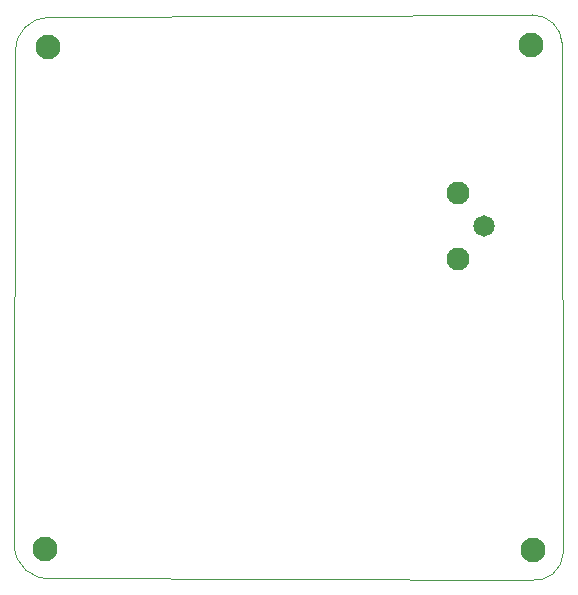
<source format=gbr>
%TF.GenerationSoftware,KiCad,Pcbnew,(6.0.7)*%
%TF.CreationDate,2022-11-05T01:20:28+05:30*%
%TF.ProjectId,Interface_PCB,496e7465-7266-4616-9365-5f5043422e6b,rev?*%
%TF.SameCoordinates,Original*%
%TF.FileFunction,Soldermask,Bot*%
%TF.FilePolarity,Negative*%
%FSLAX46Y46*%
G04 Gerber Fmt 4.6, Leading zero omitted, Abs format (unit mm)*
G04 Created by KiCad (PCBNEW (6.0.7)) date 2022-11-05 01:20:28*
%MOMM*%
%LPD*%
G01*
G04 APERTURE LIST*
%TA.AperFunction,Profile*%
%ADD10C,0.100000*%
%TD*%
%ADD11C,2.100000*%
%ADD12C,1.950000*%
%ADD13C,1.815000*%
G04 APERTURE END LIST*
D10*
X117094000Y-83007162D02*
G75*
G03*
X114147600Y-86004400I-400J-2946438D01*
G01*
X117246400Y-130530600D02*
X157748260Y-130697260D01*
X160477221Y-85216999D02*
G75*
G03*
X157962600Y-82829400I-2514621J-130401D01*
G01*
X157748256Y-130697285D02*
G75*
G03*
X160578800Y-128371600I379644J2423285D01*
G01*
X114096800Y-127736600D02*
X114147600Y-86004400D01*
X117094000Y-83007200D02*
X157962600Y-82829400D01*
X160477200Y-85217000D02*
X160578800Y-128371600D01*
X114096788Y-127736600D02*
G75*
G03*
X117246400Y-130530600I2834212J22700D01*
G01*
D11*
%TO.C,H2*%
X116679909Y-128042414D03*
%TD*%
%TO.C,H3*%
X116941600Y-85572600D03*
%TD*%
%TO.C,H1*%
X157810200Y-85369400D03*
%TD*%
%TO.C,H4*%
X157980309Y-128144014D03*
%TD*%
D12*
%TO.C,USB*%
X151679400Y-103485600D03*
X151679400Y-97885600D03*
D13*
X153828400Y-100685600D03*
%TD*%
M02*

</source>
